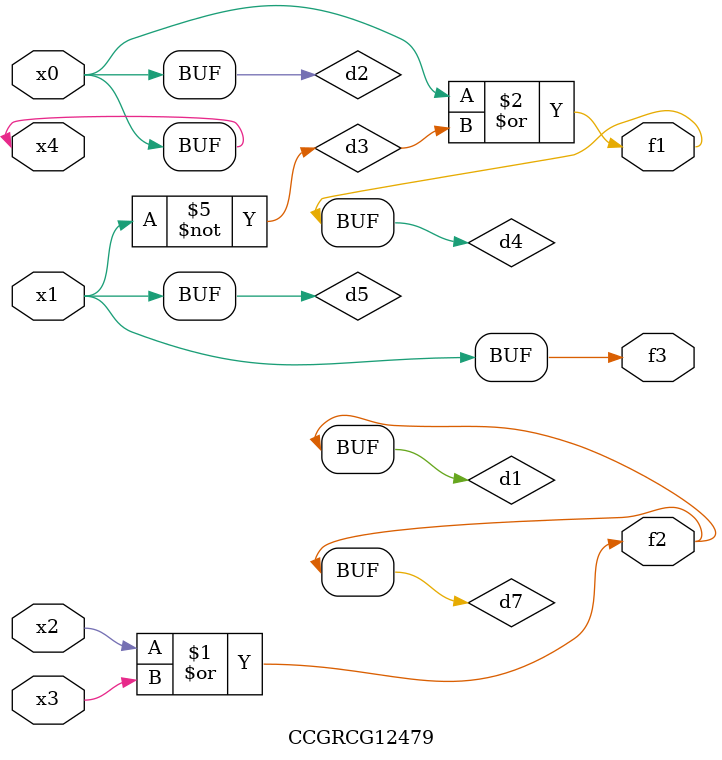
<source format=v>
module CCGRCG12479(
	input x0, x1, x2, x3, x4,
	output f1, f2, f3
);

	wire d1, d2, d3, d4, d5, d6, d7;

	or (d1, x2, x3);
	buf (d2, x0, x4);
	not (d3, x1);
	or (d4, d2, d3);
	not (d5, d3);
	nand (d6, d1, d3);
	or (d7, d1);
	assign f1 = d4;
	assign f2 = d7;
	assign f3 = d5;
endmodule

</source>
